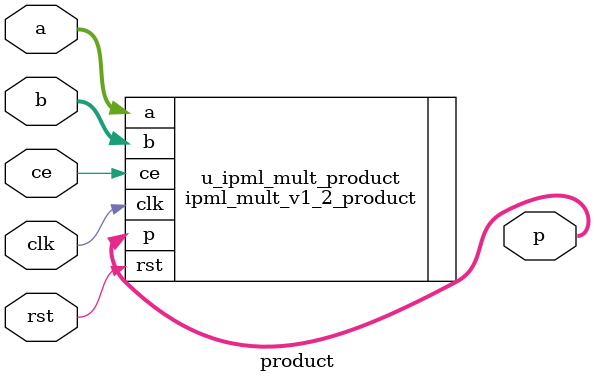
<source format=v>

module product
(
     ce  ,
     rst ,
     clk ,
     a   ,
     b   ,
     p
);



localparam ASIZE = 16 ; //@IPC int 2,72

localparam BSIZE = 16 ; //@IPC int 2,72

localparam A_SIGNED = 1 ; //@IPC enum 0,1

localparam B_SIGNED = 1 ; //@IPC enum 0,1

localparam ASYNC_RST = 1 ; //@IPC enum 0,1

localparam OPTIMAL_TIMING = 0 ; //@IPC enum 0,1

localparam INREG_EN = 0 ; //@IPC enum 0,1

localparam PIPEREG_EN_1 = 1 ; //@IPC enum 0,1

localparam PIPEREG_EN_2 = 1 ; //@IPC enum 0,1

localparam PIPEREG_EN_3 = 1 ; //@IPC enum 0,1

localparam OUTREG_EN = 0 ; //@IPC enum 0,1

//tmp variable for ipc purpose

localparam PIPE_STATUS = 3 ; //@IPC enum 0,1,2,3,4,5

localparam ASYNC_RST_BOOL = 1 ; //@IPC bool

localparam OPTIMAL_TIMING_BOOL = 0 ; //@IPC bool

//end of tmp variable
localparam  GRS_EN       = "FALSE"         ;

localparam  PSIZE = ASIZE + BSIZE          ;

input                 ce  ;
input                 rst ;
input                 clk ;
input  [ASIZE-1:0]    a   ;
input  [BSIZE-1:0]    b   ;
output [PSIZE-1:0]    p   ;

ipml_mult_v1_2_product
    #(
    .ASIZE           ( ASIZE            ),
    .BSIZE           ( BSIZE            ),
    .OPTIMAL_TIMING  ( OPTIMAL_TIMING   ),
    .INREG_EN        ( INREG_EN         ),
    .PIPEREG_EN_1    ( PIPEREG_EN_1     ),
    .PIPEREG_EN_2    ( PIPEREG_EN_2     ),
    .PIPEREG_EN_3    ( PIPEREG_EN_3     ),
    .OUTREG_EN       ( OUTREG_EN        ),
    .GRS_EN          ( GRS_EN           ),
    .A_SIGNED        ( A_SIGNED         ),
    .B_SIGNED        ( B_SIGNED         ),
    .ASYNC_RST       ( ASYNC_RST        )
    )u_ipml_mult_product
    (
    .ce              ( ce     ),
    .rst             ( rst    ),
    .clk             ( clk    ),
    .a               ( a      ),
    .b               ( b      ),
    .p               ( p      )
    );

endmodule


</source>
